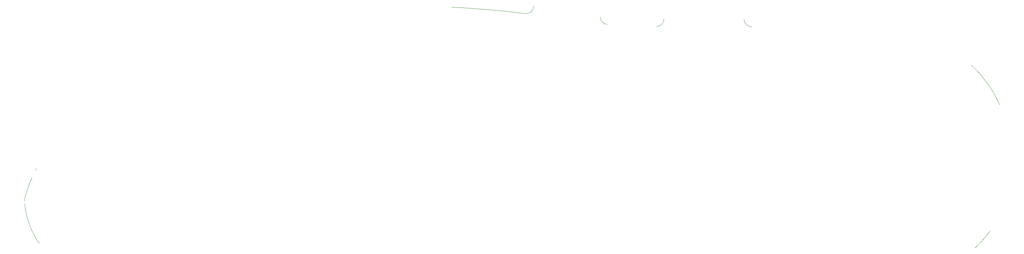
<source format=gm1>
G04*
G04 #@! TF.GenerationSoftware,Altium Limited,Altium Designer,20.0.2 (26)*
G04*
G04 Layer_Color=16711935*
%FSLAX25Y25*%
%MOIN*%
G70*
G01*
G75*
%ADD14C,0.00050*%
D14*
X1318449Y558971D02*
G03*
X1317552Y560970I-113149J-49580D01*
G01*
D02*
G03*
X1316537Y563125I-111077J-51039D01*
G01*
D02*
G03*
X1315393Y565428I-108934J-52649D01*
G01*
D02*
G03*
X1314017Y568046I-106711J-54401D01*
G01*
Y568046D02*
G03*
X1312189Y571301I-104276J-56445D01*
G01*
Y571301D02*
G03*
X1308998Y576465I-101376J-59073D01*
G01*
D02*
G03*
X1299963Y588502I-97764J-63972D01*
G01*
X1299963Y588502D02*
G03*
X1297490Y591300I-90079J-77143D01*
G01*
X1297490D02*
G03*
X1295332Y593602I-88532J-80784D01*
G01*
D02*
G03*
X1293529Y595437I-87292J-83968D01*
G01*
D02*
G03*
X1291825Y597103I-86385J-86703D01*
G01*
D02*
G03*
X1290229Y598605I-85588J-89314D01*
G01*
X1293639Y414027D02*
G03*
X1294867Y415128I-61998J70392D01*
G01*
Y415128D02*
G03*
X1296546Y416698I-62527J68527D01*
G01*
X1296546Y416698D02*
G03*
X1299092Y419238I-63537J66261D01*
G01*
D02*
G03*
X1306269Y427646I-65710J63354D01*
G01*
X1306269D02*
G03*
X1307809Y429748I-74128J55900D01*
G01*
D02*
G03*
X1308928Y431357I-76523J54406D01*
G01*
X334381Y463325D02*
G03*
X334481Y461423I90535J3798D01*
G01*
X334674Y458919D02*
G03*
X334864Y457065I87056J7961D01*
G01*
Y457065D02*
G03*
X335091Y455231I85738J9687D01*
G01*
X335091D02*
G03*
X335355Y453418I84518J11388D01*
G01*
X335355Y453418D02*
G03*
X335765Y451030I83266J13046D01*
G01*
Y451030D02*
G03*
X336366Y448096I81845J15244D01*
G01*
D02*
G03*
X337531Y443512I80282J17962D01*
G01*
X337531D02*
G03*
X340794Y434221I78841J22474D01*
G01*
Y434221D02*
G03*
X341948Y431602I76756J32249D01*
G01*
X341948Y431602D02*
G03*
X342932Y429542I76491J35278D01*
G01*
X342932D02*
G03*
X343705Y428018I76344J37750D01*
G01*
X343705D02*
G03*
X344780Y426014I76415J39713D01*
G01*
X344780D02*
G03*
X345620Y424531I76198J42192D01*
G01*
X345620D02*
G03*
X346488Y423066I76183J44153D01*
G01*
Y423066D02*
G03*
X347385Y421618I76221J46167D01*
G01*
D02*
G03*
X348308Y420187I76307J48236D01*
G01*
Y420187D02*
G03*
X349259Y418773I76441J50364D01*
G01*
X839521Y651096D02*
G03*
X817494Y653743I-106053J-789840D01*
G01*
D02*
G03*
X781203Y656757I-84227J-794029D01*
G01*
Y656757D02*
G03*
X765330Y657551I-47289J-786836D01*
G01*
X346582Y494505D02*
G03*
X345344Y492130I133187J-70924D01*
G01*
X342048Y485232D02*
G03*
X340963Y482735I130423J-58158D01*
G01*
D02*
G03*
X339751Y479779I130014J-55029D01*
G01*
X339751D02*
G03*
X338124Y475472I129784J-51502D01*
G01*
D02*
G03*
X334381Y463325I130341J-46811D01*
G01*
X1060505Y645711D02*
G03*
X1068572Y637839I7874J0D01*
G01*
X971682Y637936D02*
G03*
X979796Y645806I241J7870D01*
G01*
X915372Y647995D02*
G03*
X922792Y640134I7874J0D01*
G01*
X839521Y651096D02*
G03*
X848443Y658900I1048J7804D01*
G01*
M02*

</source>
